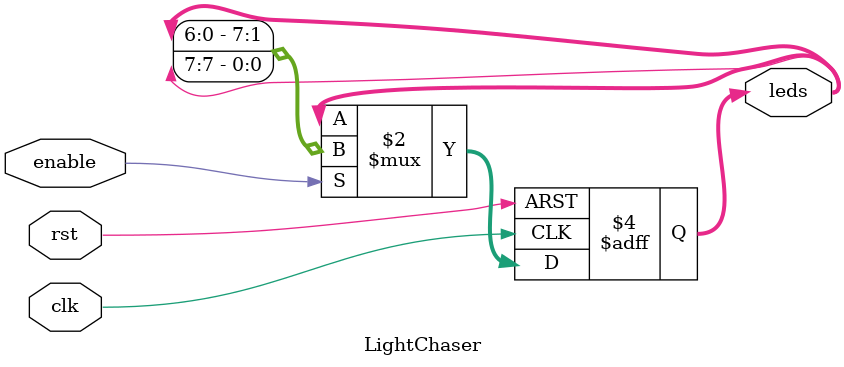
<source format=v>
module LightChaser(
    input clk,
    input rst,
    input enable,
    output reg [7:0] leds
);
    always @(posedge clk or posedge rst) begin
        if (rst)
            leds <= 8'b00000001;
        else if (enable)
            leds <= {leds[6:0], leds[7]};
    end
endmodule

</source>
